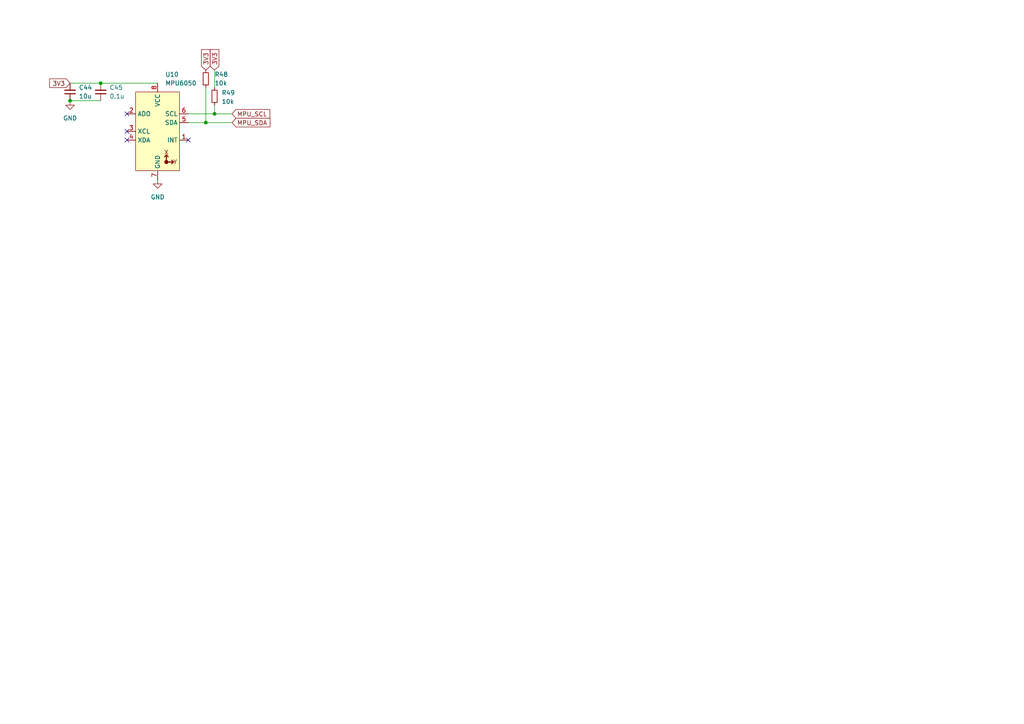
<source format=kicad_sch>
(kicad_sch (version 20231120) (generator "eeschema") (generator_version "8.0")
  (paper "A4")
  (lib_symbols
    (symbol "Device:C_Small" (pin_numbers hide) (pin_names (offset 0.254) hide)
      (property "Reference" "C" (at 0.254 1.778 0))
      (property "Value" "C_Small" (at 0.254 -2.032 0))
      (symbol "C_Small_0_1"
        (polyline (pts (xy -1.524 -0.508) (xy 1.524 -0.508)) (stroke (width 0.3302)))
        (polyline (pts (xy -1.524 0.508) (xy 1.524 0.508)) (stroke (width 0.3048)))
      )
      (symbol "C_Small_1_1"
        (pin passive line (at 0 2.54 270) (length 2.032) (name "~") (number "1"))
        (pin passive line (at 0 -2.54 90) (length 2.032) (name "~") (number "2"))
      )
    )
    (symbol "Device:R_Small" (pin_numbers hide) (pin_names (offset 0.254) hide)
      (property "Reference" "R" (at 0.762 0.508 0))
      (property "Value" "R_Small" (at 0.762 -1.016 0))
      (symbol "R_Small_0_1"
        (rectangle (start -0.762 1.778) (end 0.762 -1.778) (stroke (width 0.2032)))
      )
      (symbol "R_Small_1_1"
        (pin passive line (at 0 2.54 270) (length 0.762) (name "~") (number "1"))
        (pin passive line (at 0 -2.54 90) (length 0.762) (name "~") (number "2"))
      )
    )
    (symbol "PCM_SL_Breakout_Boards:MPU6050"
      (property "Reference" "U" (at -6.35 13.97 0))
      (property "Value" "MPU6050" (at -7.62 11.43 0))
      (symbol "MPU6050_0_0"
        (circle (center 2.54 -10.16) (radius 0.508) (fill (type outline)))
        (text "X" (at 2.54 -7.366 0) (effects (font (size 1.27 1.27))))
        (text "Y" (at 5.08 -10.16 0) (effects (font (size 1.27 1.27))))
      )
      (symbol "MPU6050_0_1"
        (rectangle (start -6.35 10.16) (end 6.35 -12.7) (fill (type background)))
        (polyline (pts (xy 2.54 -8.128) (xy 2.032 -8.636)) (stroke (width 0.3)))
        (polyline (pts (xy 2.54 -8.128) (xy 3.048 -8.636)) (stroke (width 0.3)))
        (polyline (pts (xy 4.572 -10.16) (xy 4.064 -10.668)) (stroke (width 0.3)))
        (polyline (pts (xy 4.572 -10.16) (xy 4.064 -9.652)) (stroke (width 0.3)))
        (polyline (pts (xy 2.54 -8.128) (xy 2.54 -10.16) (xy 4.572 -10.16)) (stroke (width 0.3)))
      )
      (symbol "MPU6050_1_1"
        (pin bidirectional line (at 8.89 -3.81 180) (length 2.54) (name "INT") (number "1"))
        (pin bidirectional line (at -8.89 3.81 0) (length 2.54) (name "ADO") (number "2"))
        (pin bidirectional line (at -8.89 -1.27 0) (length 2.54) (name "XCL") (number "3"))
        (pin bidirectional line (at -8.89 -3.81 0) (length 2.54) (name "XDA") (number "4"))
        (pin bidirectional line (at 8.89 1.27 180) (length 2.54) (name "SDA") (number "5"))
        (pin bidirectional line (at 8.89 3.81 180) (length 2.54) (name "SCL") (number "6"))
        (pin power_in line (at 0 -15.24 90) (length 2.54) (name "GND") (number "7"))
        (pin power_in line (at 0 12.7 270) (length 2.54) (name "VCC") (number "8"))
      )
    )
    (symbol "power:GND" (power) (pin_numbers hide) (pin_names (offset 0) hide)
      (property "Value" "GND" (at 0 -3.81 0))
      (symbol "GND_0_1"
        (polyline (pts (xy 0 0) (xy 0 -1.27) (xy 1.27 -1.27) (xy 0 -2.54) (xy -1.27 -1.27) (xy 0 -1.27)))
      )
      (symbol "GND_1_1"
        (pin power_in line (at 0 0 270) (length 0) (name "~") (number "1"))
      )
    )
  )
  (junction (at 29.21 24.13))
  (junction (at 20.32 29.21))
  (junction (at 59.69 35.56))
  (junction (at 62.23 33.02))
  (no_connect (at 36.83 33.02))
  (no_connect (at 54.61 40.64))
  (no_connect (at 36.83 40.64))
  (no_connect (at 36.83 38.1))
  (wire (pts (xy 29.21 24.13) (xy 45.72 24.13)))
  (wire (pts (xy 20.32 29.21) (xy 29.21 29.21)))
  (wire (pts (xy 54.61 35.56) (xy 59.69 35.56)))
  (wire (pts (xy 62.23 30.48) (xy 62.23 33.02)))
  (wire (pts (xy 54.61 33.02) (xy 62.23 33.02)))
  (wire (pts (xy 59.69 25.4) (xy 59.69 35.56)))
  (wire (pts (xy 62.23 33.02) (xy 67.31 33.02)))
  (wire (pts (xy 62.23 20.32) (xy 62.23 25.4)))
  (wire (pts (xy 59.69 35.56) (xy 67.31 35.56)))
  (wire (pts (xy 20.32 24.13) (xy 29.21 24.13)))
  (global_label "3V3" (shape input) (at 20.32 24.13 180) (property "Intersheetrefs" "${INTERSHEET_REFS}" (effects (hide yes))))
  (global_label "MPU_SDA" (shape input) (at 67.31 35.56 0) (property "Intersheetrefs" "${INTERSHEET_REFS}" (effects (hide yes))))
  (global_label "MPU_SCL" (shape input) (at 67.31 33.02 0) (property "Intersheetrefs" "${INTERSHEET_REFS}" (effects (hide yes))))
  (global_label "3V3" (shape input) (at 59.69 20.32 90) (property "Intersheetrefs" "${INTERSHEET_REFS}" (effects (hide yes))))
  (global_label "3V3" (shape input) (at 62.23 20.32 90) (property "Intersheetrefs" "${INTERSHEET_REFS}" (effects (hide yes))))
  (symbol (lib_id "Device:R_Small") (at 62.23 27.94 180) (unit 1)
    (property "Reference" "R49" (at 64.262 26.924 0) (effects (justify right)))
    (property "Value" "10k" (at 64.262 29.464 0) (effects (justify right)))
    (property "Footprint" "Resistor_SMD:R_0805_2012Metric" (effects (hide yes)))
    (property "Description" "Resistor, small symbol" (effects (hide yes)))
  )
  (symbol (lib_id "Device:C_Small") (at 29.21 26.67 180) (unit 1)
    (property "Reference" "C45" (at 31.75 25.3935 0) (effects (justify right)))
    (property "Value" "0.1u" (at 31.75 27.9335 0) (effects (justify right)))
    (property "Footprint" "Capacitor_SMD:C_0805_2012Metric" (effects (hide yes)))
    (property "Description" "Unpolarized capacitor, small symbol" (effects (hide yes)))
  )
  (symbol (lib_id "power:GND") (at 45.72 52.07 0) (unit 1)
    (property "Reference" "#PWR045" (effects (hide yes)))
    (property "Value" "GND" (at 45.72 57.15 0))
    (property "Description" "Power symbol creates a global label with name \"GND\" , ground" (effects (hide yes)))
  )
  (symbol (lib_id "PCM_SL_Breakout_Boards:MPU6050") (at 45.72 36.83 0) (unit 1)
    (property "Reference" "U10" (at 47.9141 21.59 0) (effects (justify left)))
    (property "Value" "MPU6050" (at 47.9141 24.13 0) (effects (justify left)))
    (property "Footprint" "PCM_SL_Breakout_Boards:MPU6050_Breakout" (effects (hide yes)))
    (property "Description" "MPU6050 Breakout Board, 6-Axis Motion Sensor, Gyroscope, Accelerometer" (effects (hide yes)))
  )
  (symbol (lib_id "Device:C_Small") (at 20.32 26.67 180) (unit 1)
    (property "Reference" "C44" (at 22.86 25.3935 0) (effects (justify right)))
    (property "Value" "10u" (at 22.86 27.9335 0) (effects (justify right)))
    (property "Footprint" "Capacitor_SMD:C_0805_2012Metric" (effects (hide yes)))
    (property "Description" "Unpolarized capacitor, small symbol" (effects (hide yes)))
  )
  (symbol (lib_id "power:GND") (at 20.32 29.21 0) (unit 1)
    (property "Reference" "#PWR044" (effects (hide yes)))
    (property "Value" "GND" (at 20.32 34.29 0))
    (property "Description" "Power symbol creates a global label with name \"GND\" , ground" (effects (hide yes)))
  )
  (symbol (lib_id "Device:R_Small") (at 59.69 22.86 180) (unit 1)
    (property "Reference" "R48" (at 62.23 21.5899 0) (effects (justify right)))
    (property "Value" "10k" (at 62.23 24.1299 0) (effects (justify right)))
    (property "Footprint" "Resistor_SMD:R_0805_2012Metric" (effects (hide yes)))
    (property "Description" "Resistor, small symbol" (effects (hide yes)))
  )
)
</source>
